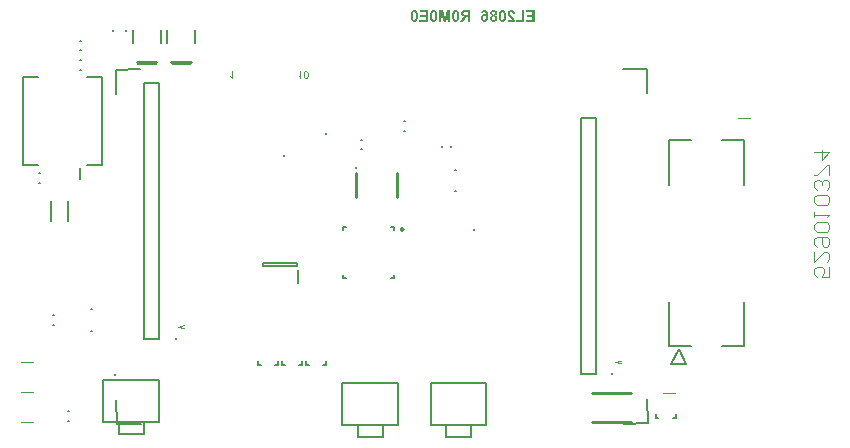
<source format=gbo>
G04*
G04 #@! TF.GenerationSoftware,Altium Limited,Altium Designer,23.3.1 (30)*
G04*
G04 Layer_Color=32896*
%FSLAX44Y44*%
%MOMM*%
G71*
G04*
G04 #@! TF.SameCoordinates,D45B20F3-F38D-42A2-87FA-560754FB767C*
G04*
G04*
G04 #@! TF.FilePolarity,Positive*
G04*
G01*
G75*
%ADD11C,0.2000*%
%ADD12C,0.2500*%
%ADD13C,0.1016*%
%ADD15C,0.1270*%
%ADD104C,0.2540*%
%ADD107C,0.1524*%
%ADD193C,0.2540*%
%ADD194C,0.1000*%
%ADD195C,0.0762*%
G36*
X-169910Y335402D02*
X-169688Y335389D01*
X-169258Y335319D01*
X-168897Y335208D01*
X-168731Y335153D01*
X-168578Y335084D01*
X-168440Y335028D01*
X-168329Y334959D01*
X-168218Y334903D01*
X-168134Y334862D01*
X-168065Y334806D01*
X-168023Y334778D01*
X-167996Y334765D01*
X-167982Y334751D01*
X-167829Y334612D01*
X-167691Y334473D01*
X-167566Y334307D01*
X-167455Y334127D01*
X-167288Y333766D01*
X-167150Y333419D01*
X-167108Y333239D01*
X-167067Y333087D01*
X-167025Y332948D01*
X-167011Y332823D01*
X-166983Y332712D01*
Y332643D01*
X-166970Y332587D01*
Y332573D01*
X-168800Y332393D01*
X-168828Y332670D01*
X-168883Y332906D01*
X-168939Y333114D01*
X-169008Y333267D01*
X-169064Y333392D01*
X-169119Y333475D01*
X-169161Y333530D01*
X-169175Y333544D01*
X-169313Y333655D01*
X-169466Y333738D01*
X-169618Y333808D01*
X-169771Y333849D01*
X-169896Y333877D01*
X-170007Y333891D01*
X-170104D01*
X-170312Y333877D01*
X-170492Y333835D01*
X-170645Y333780D01*
X-170783Y333724D01*
X-170880Y333669D01*
X-170964Y333614D01*
X-171005Y333572D01*
X-171019Y333558D01*
X-171130Y333419D01*
X-171213Y333267D01*
X-171269Y333114D01*
X-171310Y332962D01*
X-171338Y332823D01*
X-171352Y332698D01*
Y332629D01*
Y332615D01*
Y332601D01*
X-171338Y332393D01*
X-171297Y332199D01*
X-171227Y332005D01*
X-171158Y331838D01*
X-171088Y331686D01*
X-171019Y331575D01*
X-170977Y331506D01*
X-170964Y331478D01*
X-170908Y331395D01*
X-170825Y331297D01*
X-170714Y331173D01*
X-170603Y331062D01*
X-170353Y330798D01*
X-170104Y330535D01*
X-169854Y330285D01*
X-169743Y330174D01*
X-169632Y330091D01*
X-169549Y330008D01*
X-169494Y329952D01*
X-169452Y329911D01*
X-169438Y329897D01*
X-169161Y329633D01*
X-168911Y329384D01*
X-168675Y329148D01*
X-168467Y328940D01*
X-168273Y328732D01*
X-168107Y328538D01*
X-167954Y328371D01*
X-167829Y328205D01*
X-167718Y328066D01*
X-167621Y327941D01*
X-167538Y327844D01*
X-167483Y327747D01*
X-167427Y327692D01*
X-167399Y327636D01*
X-167372Y327608D01*
Y327595D01*
X-167191Y327276D01*
X-167053Y326943D01*
X-166942Y326638D01*
X-166859Y326360D01*
X-166803Y326111D01*
X-166789Y326014D01*
X-166775Y325930D01*
X-166761Y325861D01*
X-166748Y325806D01*
Y325778D01*
Y325764D01*
X-173196D01*
Y327470D01*
X-169535D01*
X-169646Y327650D01*
X-169771Y327803D01*
X-169826Y327872D01*
X-169868Y327927D01*
X-169896Y327955D01*
X-169910Y327969D01*
X-169965Y328024D01*
X-170021Y328094D01*
X-170187Y328246D01*
X-170367Y328427D01*
X-170548Y328607D01*
X-170728Y328773D01*
X-170880Y328912D01*
X-170936Y328968D01*
X-170977Y329009D01*
X-171005Y329023D01*
X-171019Y329037D01*
X-171324Y329328D01*
X-171574Y329564D01*
X-171782Y329786D01*
X-171948Y329952D01*
X-172073Y330091D01*
X-172156Y330188D01*
X-172212Y330257D01*
X-172226Y330271D01*
X-172406Y330507D01*
X-172558Y330729D01*
X-172683Y330937D01*
X-172780Y331117D01*
X-172864Y331270D01*
X-172919Y331395D01*
X-172947Y331464D01*
X-172961Y331492D01*
X-173044Y331713D01*
X-173099Y331935D01*
X-173141Y332143D01*
X-173169Y332338D01*
X-173183Y332490D01*
X-173196Y332615D01*
Y332698D01*
Y332726D01*
X-173183Y332934D01*
X-173155Y333142D01*
X-173127Y333336D01*
X-173072Y333516D01*
X-172933Y333835D01*
X-172794Y334113D01*
X-172711Y334238D01*
X-172642Y334335D01*
X-172572Y334432D01*
X-172503Y334501D01*
X-172447Y334557D01*
X-172420Y334612D01*
X-172392Y334626D01*
X-172378Y334640D01*
X-172226Y334778D01*
X-172045Y334903D01*
X-171879Y335000D01*
X-171685Y335084D01*
X-171324Y335222D01*
X-170964Y335319D01*
X-170797Y335347D01*
X-170645Y335375D01*
X-170506Y335389D01*
X-170381Y335402D01*
X-170284Y335416D01*
X-170145D01*
X-169910Y335402D01*
D02*
G37*
G36*
X-192584D02*
X-192321Y335361D01*
X-192057Y335305D01*
X-191822Y335236D01*
X-191600Y335139D01*
X-191378Y335042D01*
X-191198Y334931D01*
X-191017Y334834D01*
X-190865Y334723D01*
X-190726Y334612D01*
X-190615Y334515D01*
X-190518Y334418D01*
X-190435Y334348D01*
X-190379Y334293D01*
X-190352Y334251D01*
X-190338Y334238D01*
X-190171Y334002D01*
X-190019Y333738D01*
X-189894Y333447D01*
X-189783Y333156D01*
X-189686Y332837D01*
X-189603Y332518D01*
X-189533Y332199D01*
X-189492Y331894D01*
X-189450Y331603D01*
X-189422Y331325D01*
X-189395Y331076D01*
X-189381Y330854D01*
X-189367Y330673D01*
Y330535D01*
Y330493D01*
Y330452D01*
Y330438D01*
Y330424D01*
X-189381Y329952D01*
X-189409Y329522D01*
X-189450Y329120D01*
X-189520Y328759D01*
X-189589Y328413D01*
X-189658Y328108D01*
X-189741Y327844D01*
X-189839Y327595D01*
X-189922Y327387D01*
X-190005Y327206D01*
X-190074Y327054D01*
X-190158Y326929D01*
X-190213Y326832D01*
X-190255Y326763D01*
X-190282Y326721D01*
X-190296Y326707D01*
X-190476Y326513D01*
X-190671Y326333D01*
X-190865Y326180D01*
X-191073Y326055D01*
X-191267Y325944D01*
X-191475Y325861D01*
X-191669Y325778D01*
X-191849Y325722D01*
X-192030Y325681D01*
X-192182Y325639D01*
X-192335Y325625D01*
X-192460Y325597D01*
X-192557D01*
X-192626Y325584D01*
X-192695D01*
X-192945Y325597D01*
X-193181Y325625D01*
X-193403Y325667D01*
X-193611Y325722D01*
X-193819Y325792D01*
X-193999Y325861D01*
X-194165Y325944D01*
X-194318Y326027D01*
X-194457Y326111D01*
X-194568Y326194D01*
X-194679Y326263D01*
X-194762Y326333D01*
X-194831Y326388D01*
X-194873Y326430D01*
X-194900Y326457D01*
X-194914Y326471D01*
X-195067Y326638D01*
X-195206Y326832D01*
X-195317Y327026D01*
X-195414Y327220D01*
X-195511Y327414D01*
X-195580Y327608D01*
X-195677Y327997D01*
X-195719Y328163D01*
X-195746Y328330D01*
X-195760Y328468D01*
X-195774Y328593D01*
X-195788Y328704D01*
Y328773D01*
Y328829D01*
Y328843D01*
X-195774Y329106D01*
X-195746Y329342D01*
X-195705Y329578D01*
X-195663Y329786D01*
X-195594Y329994D01*
X-195525Y330174D01*
X-195455Y330354D01*
X-195372Y330507D01*
X-195289Y330646D01*
X-195219Y330770D01*
X-195150Y330868D01*
X-195081Y330965D01*
X-195039Y331034D01*
X-194998Y331076D01*
X-194970Y331103D01*
X-194956Y331117D01*
X-194803Y331270D01*
X-194637Y331408D01*
X-194471Y331533D01*
X-194304Y331630D01*
X-194138Y331713D01*
X-193971Y331783D01*
X-193666Y331894D01*
X-193528Y331935D01*
X-193389Y331963D01*
X-193278Y331977D01*
X-193181Y331991D01*
X-193098Y332005D01*
X-192987D01*
X-192792Y331991D01*
X-192612Y331963D01*
X-192446Y331935D01*
X-192279Y331880D01*
X-191988Y331741D01*
X-191738Y331603D01*
X-191544Y331450D01*
X-191461Y331381D01*
X-191392Y331311D01*
X-191336Y331256D01*
X-191295Y331228D01*
X-191281Y331200D01*
X-191267Y331186D01*
X-191295Y331478D01*
X-191322Y331755D01*
X-191350Y332005D01*
X-191392Y332227D01*
X-191433Y332421D01*
X-191475Y332601D01*
X-191517Y332754D01*
X-191572Y332892D01*
X-191614Y333017D01*
X-191641Y333114D01*
X-191683Y333197D01*
X-191711Y333253D01*
X-191738Y333308D01*
X-191766Y333336D01*
X-191780Y333364D01*
X-191933Y333544D01*
X-192099Y333669D01*
X-192265Y333766D01*
X-192418Y333821D01*
X-192557Y333863D01*
X-192668Y333877D01*
X-192737Y333891D01*
X-192765D01*
X-192917Y333877D01*
X-193070Y333849D01*
X-193195Y333808D01*
X-193292Y333766D01*
X-193375Y333711D01*
X-193430Y333669D01*
X-193472Y333641D01*
X-193486Y333627D01*
X-193583Y333516D01*
X-193652Y333392D01*
X-193722Y333253D01*
X-193763Y333128D01*
X-193791Y333003D01*
X-193819Y332906D01*
X-193833Y332851D01*
Y332823D01*
X-195608Y333017D01*
X-195511Y333433D01*
X-195372Y333780D01*
X-195219Y334085D01*
X-195067Y334348D01*
X-194914Y334543D01*
X-194859Y334612D01*
X-194790Y334681D01*
X-194748Y334723D01*
X-194706Y334765D01*
X-194692Y334792D01*
X-194679D01*
X-194540Y334903D01*
X-194401Y335000D01*
X-194096Y335153D01*
X-193791Y335264D01*
X-193514Y335333D01*
X-193264Y335389D01*
X-193153Y335402D01*
X-193056D01*
X-192987Y335416D01*
X-192876D01*
X-192584Y335402D01*
D02*
G37*
G36*
X-221819Y325764D02*
X-223608D01*
Y333308D01*
X-225494Y325764D01*
X-227366D01*
X-229252Y333308D01*
X-229266Y325764D01*
X-231055D01*
Y335361D01*
X-228143D01*
X-226437Y328801D01*
X-224718Y335361D01*
X-221819D01*
Y325764D01*
D02*
G37*
G36*
X-150258Y325764D02*
X-157553D01*
Y327387D01*
X-152200D01*
Y329994D01*
X-157012D01*
Y331616D01*
X-152200D01*
Y333738D01*
X-157373D01*
Y335361D01*
X-150258D01*
Y325764D01*
D02*
G37*
G36*
X-159245D02*
X-166013D01*
Y327387D01*
X-161186D01*
Y335291D01*
X-159245D01*
Y325764D01*
D02*
G37*
G36*
X-204705D02*
X-206647D01*
Y329772D01*
X-207271D01*
X-207465Y329758D01*
X-207632Y329744D01*
X-207770Y329716D01*
X-207881Y329703D01*
X-207951Y329675D01*
X-207992Y329661D01*
X-208006D01*
X-208117Y329605D01*
X-208228Y329550D01*
X-208325Y329481D01*
X-208422Y329425D01*
X-208491Y329356D01*
X-208547Y329300D01*
X-208575Y329273D01*
X-208589Y329259D01*
X-208644Y329189D01*
X-208713Y329120D01*
X-208866Y328912D01*
X-209032Y328690D01*
X-209213Y328441D01*
X-209365Y328219D01*
X-209435Y328108D01*
X-209490Y328024D01*
X-209545Y327955D01*
X-209587Y327900D01*
X-209601Y327858D01*
X-209615Y327844D01*
X-211002Y325764D01*
X-213332D01*
X-212153Y327636D01*
X-212028Y327830D01*
X-211903Y328024D01*
X-211792Y328191D01*
X-211681Y328344D01*
X-211584Y328482D01*
X-211501Y328621D01*
X-211334Y328829D01*
X-211210Y328995D01*
X-211126Y329106D01*
X-211057Y329176D01*
X-211043Y329189D01*
X-210891Y329356D01*
X-210710Y329508D01*
X-210544Y329633D01*
X-210378Y329758D01*
X-210239Y329855D01*
X-210128Y329925D01*
X-210045Y329980D01*
X-210031Y329994D01*
X-210017D01*
X-210253Y330035D01*
X-210461Y330091D01*
X-210655Y330146D01*
X-210849Y330216D01*
X-211016Y330285D01*
X-211168Y330354D01*
X-211321Y330424D01*
X-211446Y330507D01*
X-211556Y330576D01*
X-211653Y330646D01*
X-211737Y330715D01*
X-211792Y330770D01*
X-211848Y330812D01*
X-211889Y330854D01*
X-211903Y330868D01*
X-211917Y330881D01*
X-212028Y331020D01*
X-212125Y331159D01*
X-212291Y331464D01*
X-212402Y331755D01*
X-212472Y332046D01*
X-212527Y332296D01*
X-212541Y332393D01*
Y332490D01*
X-212555Y332560D01*
Y332629D01*
Y332657D01*
Y332670D01*
X-212541Y332976D01*
X-212486Y333267D01*
X-212416Y333516D01*
X-212347Y333738D01*
X-212264Y333919D01*
X-212194Y334057D01*
X-212167Y334099D01*
X-212139Y334141D01*
X-212125Y334154D01*
Y334168D01*
X-211959Y334404D01*
X-211778Y334598D01*
X-211598Y334751D01*
X-211418Y334889D01*
X-211251Y334973D01*
X-211126Y335042D01*
X-211043Y335084D01*
X-211029Y335097D01*
X-211016D01*
X-210877Y335139D01*
X-210724Y335181D01*
X-210378Y335250D01*
X-210003Y335291D01*
X-209643Y335333D01*
X-209462D01*
X-209310Y335347D01*
X-209157D01*
X-209032Y335361D01*
X-204705D01*
Y325764D01*
D02*
G37*
G36*
X-240486Y325764D02*
X-247781D01*
Y327387D01*
X-242428D01*
Y329994D01*
X-247240D01*
Y331616D01*
X-242428D01*
Y333738D01*
X-247600D01*
Y335361D01*
X-240486D01*
Y325764D01*
D02*
G37*
G36*
X-177302Y335402D02*
X-177066Y335375D01*
X-176830Y335319D01*
X-176622Y335264D01*
X-176428Y335181D01*
X-176248Y335097D01*
X-176095Y335014D01*
X-175942Y334917D01*
X-175818Y334820D01*
X-175693Y334737D01*
X-175596Y334654D01*
X-175526Y334570D01*
X-175457Y334515D01*
X-175415Y334459D01*
X-175388Y334432D01*
X-175374Y334418D01*
X-175207Y334182D01*
X-175069Y333905D01*
X-174944Y333614D01*
X-174833Y333308D01*
X-174750Y332989D01*
X-174667Y332657D01*
X-174611Y332338D01*
X-174555Y332019D01*
X-174528Y331713D01*
X-174500Y331436D01*
X-174472Y331173D01*
X-174459Y330951D01*
X-174445Y330770D01*
Y330632D01*
Y330576D01*
Y330535D01*
Y330521D01*
Y330507D01*
X-174459Y330008D01*
X-174486Y329550D01*
X-174528Y329120D01*
X-174583Y328732D01*
X-174639Y328385D01*
X-174708Y328066D01*
X-174791Y327789D01*
X-174874Y327539D01*
X-174944Y327331D01*
X-175027Y327137D01*
X-175096Y326984D01*
X-175166Y326860D01*
X-175207Y326776D01*
X-175249Y326707D01*
X-175277Y326665D01*
X-175291Y326651D01*
X-175457Y326457D01*
X-175637Y326305D01*
X-175818Y326152D01*
X-176012Y326041D01*
X-176192Y325930D01*
X-176386Y325847D01*
X-176566Y325778D01*
X-176747Y325722D01*
X-176913Y325667D01*
X-177066Y325639D01*
X-177204Y325611D01*
X-177315Y325597D01*
X-177412D01*
X-177496Y325584D01*
X-177551D01*
X-177801Y325597D01*
X-178036Y325625D01*
X-178272Y325681D01*
X-178480Y325736D01*
X-178674Y325806D01*
X-178855Y325889D01*
X-179007Y325986D01*
X-179160Y326083D01*
X-179285Y326166D01*
X-179410Y326263D01*
X-179506Y326346D01*
X-179590Y326416D01*
X-179645Y326471D01*
X-179687Y326527D01*
X-179715Y326554D01*
X-179728Y326568D01*
X-179895Y326804D01*
X-180033Y327081D01*
X-180172Y327373D01*
X-180269Y327692D01*
X-180366Y328011D01*
X-180436Y328330D01*
X-180505Y328662D01*
X-180560Y328981D01*
X-180588Y329286D01*
X-180616Y329564D01*
X-180644Y329827D01*
X-180658Y330049D01*
X-180672Y330230D01*
Y330368D01*
Y330424D01*
Y330465D01*
Y330479D01*
Y330493D01*
X-180658Y330992D01*
X-180630Y331450D01*
X-180588Y331866D01*
X-180519Y332254D01*
X-180450Y332615D01*
X-180380Y332934D01*
X-180283Y333225D01*
X-180200Y333475D01*
X-180117Y333711D01*
X-180033Y333891D01*
X-179950Y334057D01*
X-179881Y334196D01*
X-179812Y334293D01*
X-179770Y334362D01*
X-179742Y334404D01*
X-179728Y334418D01*
X-179576Y334598D01*
X-179410Y334751D01*
X-179229Y334875D01*
X-179049Y335000D01*
X-178869Y335097D01*
X-178688Y335167D01*
X-178522Y335236D01*
X-178342Y335291D01*
X-178175Y335333D01*
X-178036Y335361D01*
X-177898Y335389D01*
X-177787Y335402D01*
X-177690Y335416D01*
X-177551D01*
X-177302Y335402D01*
D02*
G37*
G36*
X-184749D02*
X-184513Y335389D01*
X-184291Y335347D01*
X-184083Y335305D01*
X-183889Y335250D01*
X-183709Y335195D01*
X-183556Y335125D01*
X-183417Y335070D01*
X-183279Y335000D01*
X-183168Y334931D01*
X-183085Y334875D01*
X-183001Y334820D01*
X-182946Y334778D01*
X-182904Y334737D01*
X-182877Y334723D01*
X-182863Y334709D01*
X-182738Y334570D01*
X-182613Y334432D01*
X-182516Y334279D01*
X-182433Y334141D01*
X-182294Y333835D01*
X-182211Y333558D01*
X-182155Y333308D01*
X-182141Y333197D01*
X-182128Y333114D01*
X-182114Y333031D01*
Y332976D01*
Y332948D01*
Y332934D01*
X-182128Y332698D01*
X-182169Y332490D01*
X-182211Y332282D01*
X-182280Y332116D01*
X-182336Y331963D01*
X-182377Y331866D01*
X-182419Y331797D01*
X-182433Y331769D01*
X-182572Y331589D01*
X-182738Y331422D01*
X-182904Y331284D01*
X-183085Y331159D01*
X-183237Y331076D01*
X-183362Y331006D01*
X-183445Y330965D01*
X-183459Y330951D01*
X-183473D01*
X-183182Y330798D01*
X-182932Y330646D01*
X-182724Y330479D01*
X-182558Y330313D01*
X-182419Y330160D01*
X-182322Y330049D01*
X-182266Y329966D01*
X-182253Y329952D01*
Y329938D01*
X-182128Y329689D01*
X-182031Y329439D01*
X-181975Y329189D01*
X-181920Y328968D01*
X-181892Y328787D01*
X-181878Y328635D01*
Y328579D01*
Y328538D01*
Y328510D01*
Y328496D01*
X-181892Y328232D01*
X-181920Y327997D01*
X-181975Y327761D01*
X-182045Y327553D01*
X-182114Y327345D01*
X-182197Y327165D01*
X-182294Y326998D01*
X-182391Y326846D01*
X-182488Y326721D01*
X-182585Y326596D01*
X-182668Y326499D01*
X-182738Y326416D01*
X-182807Y326346D01*
X-182863Y326305D01*
X-182890Y326277D01*
X-182904Y326263D01*
X-183071Y326138D01*
X-183251Y326041D01*
X-183431Y325944D01*
X-183612Y325875D01*
X-183972Y325750D01*
X-184319Y325667D01*
X-184485Y325639D01*
X-184624Y325625D01*
X-184749Y325611D01*
X-184860Y325597D01*
X-184957Y325584D01*
X-185082D01*
X-185345Y325597D01*
X-185581Y325625D01*
X-185817Y325667D01*
X-186039Y325709D01*
X-186233Y325778D01*
X-186413Y325847D01*
X-186593Y325916D01*
X-186746Y326000D01*
X-186884Y326083D01*
X-186996Y326152D01*
X-187106Y326222D01*
X-187190Y326291D01*
X-187259Y326333D01*
X-187301Y326374D01*
X-187328Y326402D01*
X-187342Y326416D01*
X-187495Y326582D01*
X-187620Y326749D01*
X-187744Y326929D01*
X-187841Y327109D01*
X-187925Y327290D01*
X-187994Y327470D01*
X-188091Y327817D01*
X-188133Y327969D01*
X-188160Y328108D01*
X-188174Y328246D01*
X-188188Y328357D01*
X-188202Y328454D01*
Y328524D01*
Y328565D01*
Y328579D01*
X-188188Y328871D01*
X-188133Y329134D01*
X-188077Y329384D01*
X-187994Y329592D01*
X-187925Y329758D01*
X-187855Y329883D01*
X-187800Y329966D01*
X-187786Y329994D01*
X-187620Y330216D01*
X-187425Y330410D01*
X-187217Y330576D01*
X-187023Y330701D01*
X-186843Y330812D01*
X-186704Y330895D01*
X-186649Y330923D01*
X-186607Y330937D01*
X-186579Y330951D01*
X-186566D01*
X-186787Y331062D01*
X-186982Y331186D01*
X-187148Y331311D01*
X-187287Y331450D01*
X-187398Y331561D01*
X-187467Y331658D01*
X-187523Y331713D01*
X-187536Y331741D01*
X-187661Y331949D01*
X-187744Y332157D01*
X-187814Y332351D01*
X-187855Y332532D01*
X-187883Y332698D01*
X-187897Y332823D01*
Y332906D01*
Y332920D01*
Y332934D01*
X-187883Y333128D01*
X-187869Y333322D01*
X-187772Y333669D01*
X-187661Y333960D01*
X-187523Y334224D01*
X-187370Y334432D01*
X-187314Y334515D01*
X-187259Y334584D01*
X-187204Y334640D01*
X-187162Y334681D01*
X-187148Y334695D01*
X-187134Y334709D01*
X-186982Y334834D01*
X-186829Y334945D01*
X-186649Y335042D01*
X-186482Y335125D01*
X-186122Y335250D01*
X-185775Y335333D01*
X-185623Y335361D01*
X-185470Y335375D01*
X-185345Y335389D01*
X-185220Y335402D01*
X-185137Y335416D01*
X-184998D01*
X-184749Y335402D01*
D02*
G37*
G36*
X-216826D02*
X-216591Y335375D01*
X-216355Y335319D01*
X-216147Y335264D01*
X-215953Y335181D01*
X-215772Y335097D01*
X-215620Y335014D01*
X-215467Y334917D01*
X-215343Y334820D01*
X-215218Y334737D01*
X-215121Y334654D01*
X-215051Y334570D01*
X-214982Y334515D01*
X-214940Y334459D01*
X-214913Y334432D01*
X-214899Y334418D01*
X-214732Y334182D01*
X-214594Y333905D01*
X-214469Y333614D01*
X-214358Y333308D01*
X-214275Y332989D01*
X-214191Y332657D01*
X-214136Y332338D01*
X-214081Y332019D01*
X-214053Y331713D01*
X-214025Y331436D01*
X-213997Y331173D01*
X-213983Y330951D01*
X-213969Y330770D01*
Y330632D01*
Y330576D01*
Y330535D01*
Y330521D01*
Y330507D01*
X-213983Y330008D01*
X-214011Y329550D01*
X-214053Y329120D01*
X-214108Y328732D01*
X-214164Y328385D01*
X-214233Y328066D01*
X-214316Y327789D01*
X-214399Y327539D01*
X-214469Y327331D01*
X-214552Y327137D01*
X-214621Y326984D01*
X-214691Y326860D01*
X-214732Y326776D01*
X-214774Y326707D01*
X-214802Y326665D01*
X-214816Y326651D01*
X-214982Y326457D01*
X-215162Y326305D01*
X-215343Y326152D01*
X-215537Y326041D01*
X-215717Y325930D01*
X-215911Y325847D01*
X-216091Y325778D01*
X-216272Y325722D01*
X-216438Y325667D01*
X-216591Y325639D01*
X-216729Y325611D01*
X-216840Y325597D01*
X-216937D01*
X-217021Y325584D01*
X-217076D01*
X-217326Y325597D01*
X-217561Y325625D01*
X-217797Y325681D01*
X-218005Y325736D01*
X-218199Y325806D01*
X-218380Y325889D01*
X-218532Y325986D01*
X-218685Y326083D01*
X-218810Y326166D01*
X-218934Y326263D01*
X-219032Y326346D01*
X-219115Y326416D01*
X-219170Y326471D01*
X-219212Y326527D01*
X-219240Y326554D01*
X-219253Y326568D01*
X-219420Y326804D01*
X-219559Y327081D01*
X-219697Y327373D01*
X-219794Y327692D01*
X-219891Y328011D01*
X-219961Y328330D01*
X-220030Y328662D01*
X-220086Y328981D01*
X-220113Y329286D01*
X-220141Y329564D01*
X-220169Y329827D01*
X-220183Y330049D01*
X-220196Y330230D01*
Y330368D01*
Y330424D01*
Y330465D01*
Y330479D01*
Y330493D01*
X-220183Y330992D01*
X-220155Y331450D01*
X-220113Y331866D01*
X-220044Y332254D01*
X-219974Y332615D01*
X-219905Y332934D01*
X-219808Y333225D01*
X-219725Y333475D01*
X-219642Y333711D01*
X-219559Y333891D01*
X-219475Y334057D01*
X-219406Y334196D01*
X-219337Y334293D01*
X-219295Y334362D01*
X-219267Y334404D01*
X-219253Y334418D01*
X-219101Y334598D01*
X-218934Y334751D01*
X-218754Y334875D01*
X-218574Y335000D01*
X-218393Y335097D01*
X-218213Y335167D01*
X-218047Y335236D01*
X-217866Y335291D01*
X-217700Y335333D01*
X-217561Y335361D01*
X-217423Y335389D01*
X-217312Y335402D01*
X-217215Y335416D01*
X-217076D01*
X-216826Y335402D01*
D02*
G37*
G36*
X-235466Y335402D02*
X-235230Y335375D01*
X-234994Y335319D01*
X-234786Y335264D01*
X-234592Y335181D01*
X-234412Y335097D01*
X-234259Y335014D01*
X-234106Y334917D01*
X-233982Y334820D01*
X-233857Y334737D01*
X-233760Y334654D01*
X-233690Y334570D01*
X-233621Y334515D01*
X-233579Y334459D01*
X-233552Y334432D01*
X-233538Y334418D01*
X-233371Y334182D01*
X-233233Y333905D01*
X-233108Y333613D01*
X-232997Y333308D01*
X-232914Y332989D01*
X-232831Y332657D01*
X-232775Y332337D01*
X-232720Y332019D01*
X-232692Y331713D01*
X-232664Y331436D01*
X-232636Y331173D01*
X-232623Y330951D01*
X-232609Y330770D01*
Y330632D01*
Y330576D01*
Y330535D01*
Y330521D01*
Y330507D01*
X-232623Y330008D01*
X-232650Y329550D01*
X-232692Y329120D01*
X-232747Y328732D01*
X-232803Y328385D01*
X-232872Y328066D01*
X-232955Y327789D01*
X-233039Y327539D01*
X-233108Y327331D01*
X-233191Y327137D01*
X-233260Y326984D01*
X-233330Y326860D01*
X-233371Y326776D01*
X-233413Y326707D01*
X-233441Y326665D01*
X-233455Y326651D01*
X-233621Y326457D01*
X-233801Y326305D01*
X-233982Y326152D01*
X-234176Y326041D01*
X-234356Y325930D01*
X-234550Y325847D01*
X-234730Y325778D01*
X-234911Y325722D01*
X-235077Y325667D01*
X-235230Y325639D01*
X-235368Y325611D01*
X-235479Y325597D01*
X-235576D01*
X-235660Y325584D01*
X-235715D01*
X-235965Y325597D01*
X-236201Y325625D01*
X-236436Y325681D01*
X-236644Y325736D01*
X-236838Y325806D01*
X-237019Y325889D01*
X-237171Y325986D01*
X-237324Y326083D01*
X-237449Y326166D01*
X-237574Y326263D01*
X-237671Y326346D01*
X-237754Y326416D01*
X-237809Y326471D01*
X-237851Y326527D01*
X-237879Y326554D01*
X-237892Y326568D01*
X-238059Y326804D01*
X-238198Y327081D01*
X-238336Y327373D01*
X-238433Y327692D01*
X-238531Y328011D01*
X-238600Y328330D01*
X-238669Y328662D01*
X-238725Y328981D01*
X-238752Y329286D01*
X-238780Y329564D01*
X-238808Y329827D01*
X-238822Y330049D01*
X-238836Y330229D01*
Y330368D01*
Y330424D01*
Y330465D01*
Y330479D01*
Y330493D01*
X-238822Y330992D01*
X-238794Y331450D01*
X-238752Y331866D01*
X-238683Y332254D01*
X-238614Y332615D01*
X-238544Y332934D01*
X-238447Y333225D01*
X-238364Y333475D01*
X-238281Y333711D01*
X-238198Y333891D01*
X-238114Y334057D01*
X-238045Y334196D01*
X-237976Y334293D01*
X-237934Y334362D01*
X-237906Y334404D01*
X-237892Y334418D01*
X-237740Y334598D01*
X-237574Y334751D01*
X-237393Y334875D01*
X-237213Y335000D01*
X-237033Y335097D01*
X-236852Y335167D01*
X-236686Y335236D01*
X-236506Y335291D01*
X-236339Y335333D01*
X-236201Y335361D01*
X-236062Y335389D01*
X-235951Y335402D01*
X-235854Y335416D01*
X-235715D01*
X-235466Y335402D01*
D02*
G37*
G36*
X-251872D02*
X-251636Y335375D01*
X-251400Y335319D01*
X-251192Y335264D01*
X-250998Y335181D01*
X-250818Y335097D01*
X-250665Y335014D01*
X-250513Y334917D01*
X-250388Y334820D01*
X-250263Y334737D01*
X-250166Y334654D01*
X-250097Y334570D01*
X-250027Y334515D01*
X-249986Y334459D01*
X-249958Y334432D01*
X-249944Y334418D01*
X-249778Y334182D01*
X-249639Y333905D01*
X-249514Y333613D01*
X-249403Y333308D01*
X-249320Y332989D01*
X-249237Y332657D01*
X-249181Y332337D01*
X-249126Y332019D01*
X-249098Y331713D01*
X-249070Y331436D01*
X-249043Y331173D01*
X-249029Y330951D01*
X-249015Y330770D01*
Y330632D01*
Y330576D01*
Y330535D01*
Y330521D01*
Y330507D01*
X-249029Y330008D01*
X-249057Y329550D01*
X-249098Y329120D01*
X-249154Y328732D01*
X-249209Y328385D01*
X-249279Y328066D01*
X-249362Y327789D01*
X-249445Y327539D01*
X-249514Y327331D01*
X-249597Y327137D01*
X-249667Y326984D01*
X-249736Y326860D01*
X-249778Y326776D01*
X-249819Y326707D01*
X-249847Y326665D01*
X-249861Y326651D01*
X-250027Y326457D01*
X-250208Y326305D01*
X-250388Y326152D01*
X-250582Y326041D01*
X-250762Y325930D01*
X-250956Y325847D01*
X-251137Y325778D01*
X-251317Y325722D01*
X-251483Y325667D01*
X-251636Y325639D01*
X-251775Y325611D01*
X-251886Y325597D01*
X-251983D01*
X-252066Y325584D01*
X-252122D01*
X-252371Y325597D01*
X-252607Y325625D01*
X-252843Y325681D01*
X-253051Y325736D01*
X-253245Y325806D01*
X-253425Y325889D01*
X-253578Y325986D01*
X-253730Y326083D01*
X-253855Y326166D01*
X-253980Y326263D01*
X-254077Y326346D01*
X-254160Y326416D01*
X-254216Y326471D01*
X-254257Y326527D01*
X-254285Y326554D01*
X-254299Y326568D01*
X-254465Y326804D01*
X-254604Y327081D01*
X-254743Y327373D01*
X-254840Y327692D01*
X-254937Y328011D01*
X-255006Y328330D01*
X-255075Y328662D01*
X-255131Y328981D01*
X-255159Y329286D01*
X-255186Y329564D01*
X-255214Y329827D01*
X-255228Y330049D01*
X-255242Y330229D01*
Y330368D01*
Y330424D01*
Y330465D01*
Y330479D01*
Y330493D01*
X-255228Y330992D01*
X-255200Y331450D01*
X-255159Y331866D01*
X-255089Y332254D01*
X-255020Y332615D01*
X-254951Y332934D01*
X-254854Y333225D01*
X-254770Y333475D01*
X-254687Y333711D01*
X-254604Y333891D01*
X-254521Y334057D01*
X-254451Y334196D01*
X-254382Y334293D01*
X-254340Y334362D01*
X-254313Y334404D01*
X-254299Y334418D01*
X-254146Y334598D01*
X-253980Y334751D01*
X-253800Y334875D01*
X-253619Y335000D01*
X-253439Y335097D01*
X-253259Y335167D01*
X-253092Y335236D01*
X-252912Y335291D01*
X-252746Y335333D01*
X-252607Y335361D01*
X-252468Y335389D01*
X-252357Y335402D01*
X-252260Y335416D01*
X-252122D01*
X-251872Y335402D01*
D02*
G37*
G36*
X-347737Y277235D02*
X-348246D01*
X-348338Y277392D01*
X-348440Y277540D01*
X-348560Y277688D01*
X-348671Y277817D01*
X-348782Y277928D01*
X-348865Y278020D01*
X-348902Y278048D01*
X-348930Y278076D01*
X-348939Y278085D01*
X-348949Y278095D01*
X-349143Y278252D01*
X-349337Y278400D01*
X-349522Y278529D01*
X-349707Y278631D01*
X-349864Y278723D01*
X-349929Y278760D01*
X-349984Y278788D01*
X-350030Y278816D01*
X-350067Y278825D01*
X-350086Y278843D01*
X-350095D01*
Y279601D01*
X-349956Y279546D01*
X-349818Y279481D01*
X-349679Y279417D01*
X-349549Y279352D01*
X-349439Y279296D01*
X-349346Y279250D01*
X-349291Y279213D01*
X-349281Y279204D01*
X-349272D01*
X-349106Y279102D01*
X-348958Y279001D01*
X-348828Y278908D01*
X-348727Y278825D01*
X-348634Y278760D01*
X-348579Y278705D01*
X-348532Y278668D01*
X-348523Y278659D01*
Y283660D01*
X-347737D01*
Y277235D01*
D02*
G37*
G36*
X-343383Y283753D02*
X-343152Y283716D01*
X-342957Y283651D01*
X-342791Y283586D01*
X-342652Y283522D01*
X-342606Y283485D01*
X-342560Y283457D01*
X-342523Y283438D01*
X-342495Y283420D01*
X-342486Y283402D01*
X-342477D01*
X-342310Y283244D01*
X-342172Y283078D01*
X-342051Y282893D01*
X-341959Y282726D01*
X-341885Y282569D01*
X-341848Y282505D01*
X-341829Y282440D01*
X-341811Y282394D01*
X-341792Y282357D01*
X-341783Y282338D01*
Y282329D01*
X-341737Y282190D01*
X-341700Y282052D01*
X-341645Y281756D01*
X-341598Y281451D01*
X-341571Y281155D01*
X-341561Y281025D01*
X-341552Y280905D01*
Y280794D01*
X-341543Y280693D01*
Y280618D01*
Y280554D01*
Y280517D01*
Y280508D01*
Y280332D01*
X-341552Y280166D01*
Y280018D01*
X-341561Y279870D01*
X-341580Y279740D01*
X-341589Y279611D01*
X-341598Y279500D01*
X-341617Y279398D01*
X-341626Y279306D01*
X-341645Y279223D01*
X-341654Y279158D01*
X-341663Y279102D01*
X-341672Y279056D01*
X-341681Y279028D01*
X-341691Y279010D01*
Y279001D01*
X-341746Y278797D01*
X-341811Y278612D01*
X-341885Y278455D01*
X-341940Y278316D01*
X-342005Y278196D01*
X-342042Y278113D01*
X-342079Y278067D01*
X-342088Y278048D01*
X-342190Y277910D01*
X-342292Y277789D01*
X-342403Y277688D01*
X-342504Y277595D01*
X-342597Y277530D01*
X-342671Y277484D01*
X-342717Y277456D01*
X-342726Y277447D01*
X-342735D01*
X-342883Y277373D01*
X-343041Y277327D01*
X-343189Y277290D01*
X-343327Y277262D01*
X-343447Y277244D01*
X-343549Y277235D01*
X-343632D01*
X-343882Y277253D01*
X-344113Y277290D01*
X-344307Y277355D01*
X-344474Y277420D01*
X-344612Y277493D01*
X-344668Y277521D01*
X-344714Y277558D01*
X-344751Y277577D01*
X-344779Y277595D01*
X-344788Y277614D01*
X-344797D01*
X-344964Y277762D01*
X-345102Y277937D01*
X-345223Y278113D01*
X-345315Y278279D01*
X-345389Y278437D01*
X-345426Y278501D01*
X-345444Y278566D01*
X-345463Y278612D01*
X-345481Y278649D01*
X-345491Y278668D01*
Y278677D01*
X-345528Y278816D01*
X-345565Y278954D01*
X-345620Y279259D01*
X-345666Y279564D01*
X-345694Y279851D01*
X-345703Y279990D01*
X-345713Y280110D01*
Y280221D01*
X-345722Y280323D01*
Y280397D01*
Y280461D01*
Y280498D01*
Y280508D01*
X-345713Y280831D01*
X-345694Y281136D01*
X-345666Y281414D01*
X-345620Y281672D01*
X-345574Y281913D01*
X-345518Y282126D01*
X-345463Y282320D01*
X-345407Y282486D01*
X-345352Y282634D01*
X-345287Y282764D01*
X-345241Y282875D01*
X-345195Y282958D01*
X-345149Y283032D01*
X-345121Y283078D01*
X-345102Y283106D01*
X-345093Y283115D01*
X-344991Y283226D01*
X-344880Y283328D01*
X-344760Y283420D01*
X-344640Y283494D01*
X-344520Y283559D01*
X-344400Y283614D01*
X-344279Y283651D01*
X-344169Y283688D01*
X-344058Y283716D01*
X-343956Y283734D01*
X-343863Y283753D01*
X-343789Y283762D01*
X-343725Y283771D01*
X-343632D01*
X-343383Y283753D01*
D02*
G37*
G36*
X-406049Y277235D02*
X-406558D01*
X-406651Y277392D01*
X-406752Y277540D01*
X-406872Y277688D01*
X-406983Y277817D01*
X-407094Y277928D01*
X-407178Y278020D01*
X-407215Y278048D01*
X-407242Y278076D01*
X-407251Y278085D01*
X-407261Y278095D01*
X-407455Y278252D01*
X-407649Y278400D01*
X-407834Y278529D01*
X-408019Y278631D01*
X-408176Y278723D01*
X-408241Y278760D01*
X-408296Y278788D01*
X-408342Y278816D01*
X-408379Y278825D01*
X-408398Y278843D01*
X-408407D01*
Y279601D01*
X-408268Y279546D01*
X-408130Y279481D01*
X-407991Y279417D01*
X-407862Y279352D01*
X-407751Y279296D01*
X-407658Y279250D01*
X-407603Y279213D01*
X-407593Y279204D01*
X-407584D01*
X-407418Y279102D01*
X-407270Y279001D01*
X-407141Y278908D01*
X-407039Y278825D01*
X-406946Y278760D01*
X-406891Y278705D01*
X-406845Y278668D01*
X-406835Y278659D01*
Y283660D01*
X-406049D01*
Y277235D01*
D02*
G37*
%LPC*%
G36*
X-192612Y330646D02*
X-192695D01*
X-192890Y330632D01*
X-193070Y330576D01*
X-193222Y330507D01*
X-193361Y330424D01*
X-193472Y330340D01*
X-193541Y330271D01*
X-193597Y330216D01*
X-193611Y330202D01*
X-193736Y330022D01*
X-193833Y329800D01*
X-193888Y329564D01*
X-193944Y329342D01*
X-193971Y329134D01*
X-193985Y328968D01*
Y328912D01*
Y328857D01*
Y328829D01*
Y328815D01*
X-193971Y328496D01*
X-193930Y328219D01*
X-193874Y327997D01*
X-193819Y327817D01*
X-193749Y327678D01*
X-193694Y327581D01*
X-193652Y327511D01*
X-193638Y327497D01*
X-193500Y327373D01*
X-193361Y327276D01*
X-193209Y327206D01*
X-193084Y327165D01*
X-192959Y327137D01*
X-192862Y327109D01*
X-192779D01*
X-192584Y327137D01*
X-192404Y327192D01*
X-192252Y327262D01*
X-192113Y327359D01*
X-192002Y327442D01*
X-191905Y327525D01*
X-191849Y327581D01*
X-191836Y327595D01*
X-191697Y327789D01*
X-191600Y328011D01*
X-191530Y328246D01*
X-191489Y328468D01*
X-191461Y328676D01*
X-191433Y328829D01*
Y328898D01*
Y328940D01*
Y328968D01*
Y328981D01*
X-191447Y329273D01*
X-191489Y329522D01*
X-191544Y329730D01*
X-191614Y329911D01*
X-191683Y330035D01*
X-191738Y330132D01*
X-191780Y330202D01*
X-191794Y330216D01*
X-191933Y330354D01*
X-192085Y330465D01*
X-192238Y330535D01*
X-192376Y330590D01*
X-192501Y330618D01*
X-192612Y330646D01*
D02*
G37*
G36*
X-206647Y333738D02*
X-208866D01*
X-208991Y333724D01*
X-209296D01*
X-209421Y333711D01*
X-209504D01*
X-209545Y333697D01*
X-209559D01*
X-209726Y333655D01*
X-209878Y333600D01*
X-210003Y333544D01*
X-210100Y333475D01*
X-210184Y333405D01*
X-210253Y333364D01*
X-210280Y333322D01*
X-210294Y333308D01*
X-210378Y333197D01*
X-210447Y333059D01*
X-210489Y332934D01*
X-210530Y332809D01*
X-210544Y332698D01*
X-210558Y332615D01*
Y332560D01*
Y332532D01*
X-210544Y332379D01*
X-210530Y332240D01*
X-210489Y332116D01*
X-210461Y332005D01*
X-210419Y331922D01*
X-210378Y331866D01*
X-210364Y331824D01*
X-210350Y331811D01*
X-210267Y331713D01*
X-210184Y331630D01*
X-210003Y331506D01*
X-209934Y331464D01*
X-209865Y331436D01*
X-209823Y331408D01*
X-209809D01*
X-209740Y331395D01*
X-209629Y331367D01*
X-209518Y331353D01*
X-209393Y331339D01*
X-209102Y331325D01*
X-208811Y331311D01*
X-208533Y331297D01*
X-206647D01*
Y333738D01*
D02*
G37*
G36*
X-177496Y333891D02*
X-177551D01*
X-177676Y333877D01*
X-177787Y333863D01*
X-177884Y333821D01*
X-177967Y333780D01*
X-178036Y333738D01*
X-178092Y333711D01*
X-178120Y333683D01*
X-178134Y333669D01*
X-178217Y333572D01*
X-178300Y333447D01*
X-178369Y333308D01*
X-178439Y333170D01*
X-178480Y333031D01*
X-178522Y332920D01*
X-178536Y332851D01*
X-178550Y332837D01*
Y332823D01*
X-178577Y332698D01*
X-178605Y332546D01*
X-178633Y332365D01*
X-178661Y332185D01*
X-178688Y331811D01*
X-178702Y331422D01*
X-178716Y331242D01*
Y331062D01*
X-178730Y330909D01*
Y330770D01*
Y330659D01*
Y330562D01*
Y330507D01*
Y330493D01*
Y330188D01*
X-178716Y329897D01*
Y329633D01*
X-178702Y329398D01*
X-178688Y329176D01*
X-178674Y328981D01*
X-178647Y328801D01*
X-178633Y328649D01*
X-178619Y328510D01*
X-178591Y328399D01*
X-178577Y328302D01*
X-178563Y328219D01*
X-178550Y328163D01*
Y328108D01*
X-178536Y328094D01*
Y328080D01*
X-178480Y327886D01*
X-178411Y327733D01*
X-178342Y327595D01*
X-178286Y327497D01*
X-178231Y327414D01*
X-178175Y327359D01*
X-178147Y327331D01*
X-178134Y327317D01*
X-178036Y327248D01*
X-177939Y327192D01*
X-177842Y327165D01*
X-177745Y327137D01*
X-177676Y327123D01*
X-177607Y327109D01*
X-177551D01*
X-177426Y327123D01*
X-177315Y327137D01*
X-177218Y327178D01*
X-177135Y327220D01*
X-177066Y327248D01*
X-177010Y327290D01*
X-176982Y327303D01*
X-176969Y327317D01*
X-176885Y327414D01*
X-176802Y327539D01*
X-176733Y327678D01*
X-176663Y327817D01*
X-176622Y327941D01*
X-176580Y328052D01*
X-176566Y328122D01*
X-176553Y328149D01*
X-176525Y328288D01*
X-176497Y328441D01*
X-176469Y328607D01*
X-176455Y328787D01*
X-176428Y329176D01*
X-176414Y329564D01*
X-176400Y329744D01*
Y329925D01*
X-176386Y330077D01*
Y330216D01*
Y330327D01*
Y330424D01*
Y330479D01*
Y330493D01*
Y330798D01*
X-176400Y331089D01*
Y331339D01*
X-176414Y331589D01*
X-176428Y331797D01*
X-176442Y332005D01*
X-176455Y332171D01*
X-176483Y332338D01*
X-176497Y332476D01*
X-176511Y332587D01*
X-176525Y332684D01*
X-176539Y332767D01*
X-176553Y332823D01*
Y332878D01*
X-176566Y332892D01*
Y332906D01*
X-176622Y333100D01*
X-176691Y333267D01*
X-176747Y333392D01*
X-176816Y333503D01*
X-176872Y333572D01*
X-176913Y333627D01*
X-176941Y333655D01*
X-176955Y333669D01*
X-177052Y333738D01*
X-177163Y333794D01*
X-177260Y333835D01*
X-177357Y333863D01*
X-177426Y333877D01*
X-177496Y333891D01*
D02*
G37*
G36*
X-184929Y333960D02*
X-185012D01*
X-185193Y333946D01*
X-185359Y333905D01*
X-185498Y333863D01*
X-185623Y333808D01*
X-185720Y333738D01*
X-185789Y333697D01*
X-185830Y333655D01*
X-185844Y333641D01*
X-185955Y333516D01*
X-186025Y333378D01*
X-186080Y333239D01*
X-186122Y333100D01*
X-186150Y332989D01*
X-186163Y332892D01*
Y332837D01*
Y332809D01*
X-186150Y332615D01*
X-186108Y332435D01*
X-186066Y332296D01*
X-186011Y332171D01*
X-185942Y332060D01*
X-185900Y331991D01*
X-185858Y331949D01*
X-185844Y331935D01*
X-185720Y331838D01*
X-185581Y331755D01*
X-185442Y331700D01*
X-185303Y331672D01*
X-185179Y331644D01*
X-185082Y331630D01*
X-184998D01*
X-184818Y331644D01*
X-184652Y331672D01*
X-184513Y331727D01*
X-184388Y331783D01*
X-184291Y331838D01*
X-184222Y331894D01*
X-184180Y331922D01*
X-184166Y331935D01*
X-184069Y332060D01*
X-183986Y332199D01*
X-183931Y332338D01*
X-183903Y332476D01*
X-183875Y332601D01*
X-183861Y332698D01*
Y332767D01*
Y332795D01*
X-183875Y332989D01*
X-183903Y333156D01*
X-183958Y333294D01*
X-184014Y333419D01*
X-184069Y333516D01*
X-184125Y333586D01*
X-184153Y333627D01*
X-184166Y333641D01*
X-184291Y333752D01*
X-184430Y333821D01*
X-184569Y333877D01*
X-184707Y333919D01*
X-184832Y333946D01*
X-184929Y333960D01*
D02*
G37*
G36*
X-184915Y330174D02*
X-185026D01*
X-185234Y330160D01*
X-185428Y330105D01*
X-185595Y330049D01*
X-185734Y329966D01*
X-185844Y329897D01*
X-185928Y329827D01*
X-185983Y329772D01*
X-185997Y329758D01*
X-186122Y329592D01*
X-186219Y329411D01*
X-186288Y329231D01*
X-186344Y329051D01*
X-186371Y328898D01*
X-186385Y328773D01*
Y328690D01*
Y328676D01*
Y328662D01*
X-186371Y328385D01*
X-186330Y328149D01*
X-186261Y327941D01*
X-186191Y327775D01*
X-186122Y327636D01*
X-186052Y327553D01*
X-186011Y327484D01*
X-185997Y327470D01*
X-185844Y327331D01*
X-185692Y327234D01*
X-185539Y327165D01*
X-185387Y327123D01*
X-185248Y327095D01*
X-185151Y327068D01*
X-185054D01*
X-184846Y327081D01*
X-184652Y327137D01*
X-184485Y327206D01*
X-184347Y327276D01*
X-184236Y327359D01*
X-184153Y327414D01*
X-184097Y327470D01*
X-184083Y327484D01*
X-183958Y327664D01*
X-183861Y327858D01*
X-183792Y328052D01*
X-183750Y328246D01*
X-183722Y328427D01*
X-183695Y328565D01*
Y328621D01*
Y328662D01*
Y328676D01*
Y328690D01*
X-183709Y328884D01*
X-183750Y329078D01*
X-183792Y329245D01*
X-183861Y329398D01*
X-183917Y329522D01*
X-183958Y329619D01*
X-184000Y329675D01*
X-184014Y329703D01*
X-184153Y329855D01*
X-184319Y329980D01*
X-184485Y330063D01*
X-184652Y330119D01*
X-184790Y330146D01*
X-184915Y330174D01*
D02*
G37*
G36*
X-217021Y333891D02*
X-217076D01*
X-217201Y333877D01*
X-217312Y333863D01*
X-217409Y333821D01*
X-217492Y333780D01*
X-217561Y333738D01*
X-217617Y333711D01*
X-217645Y333683D01*
X-217659Y333669D01*
X-217742Y333572D01*
X-217825Y333447D01*
X-217894Y333308D01*
X-217964Y333170D01*
X-218005Y333031D01*
X-218047Y332920D01*
X-218061Y332851D01*
X-218075Y332837D01*
Y332823D01*
X-218102Y332698D01*
X-218130Y332546D01*
X-218158Y332365D01*
X-218186Y332185D01*
X-218213Y331811D01*
X-218227Y331422D01*
X-218241Y331242D01*
Y331062D01*
X-218255Y330909D01*
Y330770D01*
Y330659D01*
Y330562D01*
Y330507D01*
Y330493D01*
Y330188D01*
X-218241Y329897D01*
Y329633D01*
X-218227Y329398D01*
X-218213Y329176D01*
X-218199Y328981D01*
X-218172Y328801D01*
X-218158Y328649D01*
X-218144Y328510D01*
X-218116Y328399D01*
X-218102Y328302D01*
X-218088Y328219D01*
X-218075Y328163D01*
Y328108D01*
X-218061Y328094D01*
Y328080D01*
X-218005Y327886D01*
X-217936Y327733D01*
X-217866Y327595D01*
X-217811Y327497D01*
X-217756Y327414D01*
X-217700Y327359D01*
X-217672Y327331D01*
X-217659Y327317D01*
X-217561Y327248D01*
X-217464Y327192D01*
X-217367Y327165D01*
X-217270Y327137D01*
X-217201Y327123D01*
X-217132Y327109D01*
X-217076D01*
X-216951Y327123D01*
X-216840Y327137D01*
X-216743Y327178D01*
X-216660Y327220D01*
X-216591Y327248D01*
X-216535Y327290D01*
X-216507Y327303D01*
X-216494Y327317D01*
X-216410Y327414D01*
X-216327Y327539D01*
X-216258Y327678D01*
X-216189Y327817D01*
X-216147Y327941D01*
X-216105Y328052D01*
X-216091Y328122D01*
X-216077Y328149D01*
X-216050Y328288D01*
X-216022Y328441D01*
X-215994Y328607D01*
X-215980Y328787D01*
X-215953Y329176D01*
X-215939Y329564D01*
X-215925Y329744D01*
Y329925D01*
X-215911Y330077D01*
Y330216D01*
Y330327D01*
Y330424D01*
Y330479D01*
Y330493D01*
Y330798D01*
X-215925Y331089D01*
Y331339D01*
X-215939Y331589D01*
X-215953Y331797D01*
X-215967Y332005D01*
X-215980Y332171D01*
X-216008Y332338D01*
X-216022Y332476D01*
X-216036Y332587D01*
X-216050Y332684D01*
X-216064Y332767D01*
X-216077Y332823D01*
Y332878D01*
X-216091Y332892D01*
Y332906D01*
X-216147Y333100D01*
X-216216Y333267D01*
X-216272Y333392D01*
X-216341Y333503D01*
X-216397Y333572D01*
X-216438Y333627D01*
X-216466Y333655D01*
X-216480Y333669D01*
X-216577Y333738D01*
X-216688Y333794D01*
X-216785Y333835D01*
X-216882Y333863D01*
X-216951Y333877D01*
X-217021Y333891D01*
D02*
G37*
G36*
X-235660Y333891D02*
X-235715D01*
X-235840Y333877D01*
X-235951Y333863D01*
X-236048Y333821D01*
X-236131Y333780D01*
X-236201Y333738D01*
X-236256Y333711D01*
X-236284Y333683D01*
X-236298Y333669D01*
X-236381Y333572D01*
X-236464Y333447D01*
X-236533Y333308D01*
X-236603Y333170D01*
X-236644Y333031D01*
X-236686Y332920D01*
X-236700Y332851D01*
X-236714Y332837D01*
Y332823D01*
X-236741Y332698D01*
X-236769Y332546D01*
X-236797Y332365D01*
X-236825Y332185D01*
X-236852Y331810D01*
X-236866Y331422D01*
X-236880Y331242D01*
Y331062D01*
X-236894Y330909D01*
Y330770D01*
Y330659D01*
Y330562D01*
Y330507D01*
Y330493D01*
Y330188D01*
X-236880Y329897D01*
Y329633D01*
X-236866Y329397D01*
X-236852Y329175D01*
X-236838Y328981D01*
X-236811Y328801D01*
X-236797Y328648D01*
X-236783Y328510D01*
X-236755Y328399D01*
X-236741Y328302D01*
X-236728Y328219D01*
X-236714Y328163D01*
Y328108D01*
X-236700Y328094D01*
Y328080D01*
X-236644Y327886D01*
X-236575Y327733D01*
X-236506Y327594D01*
X-236450Y327497D01*
X-236395Y327414D01*
X-236339Y327359D01*
X-236311Y327331D01*
X-236298Y327317D01*
X-236201Y327248D01*
X-236103Y327192D01*
X-236006Y327165D01*
X-235909Y327137D01*
X-235840Y327123D01*
X-235771Y327109D01*
X-235715D01*
X-235590Y327123D01*
X-235479Y327137D01*
X-235382Y327178D01*
X-235299Y327220D01*
X-235230Y327248D01*
X-235174Y327289D01*
X-235147Y327303D01*
X-235133Y327317D01*
X-235049Y327414D01*
X-234966Y327539D01*
X-234897Y327678D01*
X-234828Y327816D01*
X-234786Y327941D01*
X-234744Y328052D01*
X-234730Y328121D01*
X-234717Y328149D01*
X-234689Y328288D01*
X-234661Y328441D01*
X-234633Y328607D01*
X-234620Y328787D01*
X-234592Y329175D01*
X-234578Y329564D01*
X-234564Y329744D01*
Y329924D01*
X-234550Y330077D01*
Y330216D01*
Y330327D01*
Y330424D01*
Y330479D01*
Y330493D01*
Y330798D01*
X-234564Y331089D01*
Y331339D01*
X-234578Y331589D01*
X-234592Y331797D01*
X-234606Y332005D01*
X-234620Y332171D01*
X-234647Y332337D01*
X-234661Y332476D01*
X-234675Y332587D01*
X-234689Y332684D01*
X-234703Y332767D01*
X-234717Y332823D01*
Y332878D01*
X-234730Y332892D01*
Y332906D01*
X-234786Y333100D01*
X-234855Y333267D01*
X-234911Y333391D01*
X-234980Y333503D01*
X-235036Y333572D01*
X-235077Y333627D01*
X-235105Y333655D01*
X-235119Y333669D01*
X-235216Y333738D01*
X-235327Y333794D01*
X-235424Y333835D01*
X-235521Y333863D01*
X-235590Y333877D01*
X-235660Y333891D01*
D02*
G37*
G36*
X-252066D02*
X-252122D01*
X-252246Y333877D01*
X-252357Y333863D01*
X-252454Y333821D01*
X-252537Y333780D01*
X-252607Y333738D01*
X-252662Y333711D01*
X-252690Y333683D01*
X-252704Y333669D01*
X-252787Y333572D01*
X-252870Y333447D01*
X-252940Y333308D01*
X-253009Y333170D01*
X-253051Y333031D01*
X-253092Y332920D01*
X-253106Y332851D01*
X-253120Y332837D01*
Y332823D01*
X-253148Y332698D01*
X-253176Y332546D01*
X-253203Y332365D01*
X-253231Y332185D01*
X-253259Y331810D01*
X-253273Y331422D01*
X-253286Y331242D01*
Y331062D01*
X-253300Y330909D01*
Y330770D01*
Y330659D01*
Y330562D01*
Y330507D01*
Y330493D01*
Y330188D01*
X-253286Y329897D01*
Y329633D01*
X-253273Y329397D01*
X-253259Y329175D01*
X-253245Y328981D01*
X-253217Y328801D01*
X-253203Y328648D01*
X-253189Y328510D01*
X-253162Y328399D01*
X-253148Y328302D01*
X-253134Y328219D01*
X-253120Y328163D01*
Y328108D01*
X-253106Y328094D01*
Y328080D01*
X-253051Y327886D01*
X-252981Y327733D01*
X-252912Y327594D01*
X-252857Y327497D01*
X-252801Y327414D01*
X-252746Y327359D01*
X-252718Y327331D01*
X-252704Y327317D01*
X-252607Y327248D01*
X-252510Y327192D01*
X-252413Y327165D01*
X-252316Y327137D01*
X-252246Y327123D01*
X-252177Y327109D01*
X-252122D01*
X-251997Y327123D01*
X-251886Y327137D01*
X-251789Y327178D01*
X-251705Y327220D01*
X-251636Y327248D01*
X-251581Y327289D01*
X-251553Y327303D01*
X-251539Y327317D01*
X-251456Y327414D01*
X-251373Y327539D01*
X-251303Y327678D01*
X-251234Y327816D01*
X-251192Y327941D01*
X-251151Y328052D01*
X-251137Y328121D01*
X-251123Y328149D01*
X-251095Y328288D01*
X-251068Y328441D01*
X-251040Y328607D01*
X-251026Y328787D01*
X-250998Y329175D01*
X-250984Y329564D01*
X-250970Y329744D01*
Y329924D01*
X-250956Y330077D01*
Y330216D01*
Y330327D01*
Y330424D01*
Y330479D01*
Y330493D01*
Y330798D01*
X-250970Y331089D01*
Y331339D01*
X-250984Y331589D01*
X-250998Y331797D01*
X-251012Y332005D01*
X-251026Y332171D01*
X-251054Y332337D01*
X-251068Y332476D01*
X-251081Y332587D01*
X-251095Y332684D01*
X-251109Y332767D01*
X-251123Y332823D01*
Y332878D01*
X-251137Y332892D01*
Y332906D01*
X-251192Y333100D01*
X-251262Y333267D01*
X-251317Y333391D01*
X-251387Y333503D01*
X-251442Y333572D01*
X-251483Y333627D01*
X-251511Y333655D01*
X-251525Y333669D01*
X-251622Y333738D01*
X-251733Y333794D01*
X-251830Y333835D01*
X-251927Y333863D01*
X-251997Y333877D01*
X-252066Y333891D01*
D02*
G37*
G36*
X-343577Y283124D02*
X-343632D01*
X-343734Y283115D01*
X-343826Y283106D01*
X-344002Y283041D01*
X-344159Y282958D01*
X-344298Y282865D01*
X-344400Y282773D01*
X-344483Y282690D01*
X-344529Y282625D01*
X-344548Y282616D01*
Y282606D01*
X-344612Y282495D01*
X-344668Y282366D01*
X-344723Y282218D01*
X-344760Y282061D01*
X-344797Y281894D01*
X-344825Y281719D01*
X-344871Y281358D01*
X-344890Y281192D01*
X-344899Y281035D01*
X-344908Y280887D01*
Y280767D01*
X-344917Y280655D01*
Y280572D01*
Y280526D01*
Y280508D01*
X-344908Y280221D01*
X-344899Y279962D01*
X-344880Y279722D01*
X-344853Y279500D01*
X-344825Y279306D01*
X-344788Y279130D01*
X-344751Y278973D01*
X-344714Y278834D01*
X-344677Y278714D01*
X-344649Y278612D01*
X-344612Y278529D01*
X-344585Y278455D01*
X-344557Y278409D01*
X-344538Y278372D01*
X-344520Y278353D01*
Y278344D01*
X-344455Y278261D01*
X-344390Y278187D01*
X-344316Y278132D01*
X-344243Y278076D01*
X-344095Y277993D01*
X-343956Y277937D01*
X-343836Y277910D01*
X-343734Y277891D01*
X-343697Y277882D01*
X-343642D01*
X-343540Y277891D01*
X-343438Y277900D01*
X-343346Y277928D01*
X-343262Y277965D01*
X-343105Y278048D01*
X-342967Y278141D01*
X-342865Y278242D01*
X-342782Y278326D01*
X-342754Y278363D01*
X-342735Y278390D01*
X-342717Y278400D01*
Y278409D01*
X-342652Y278520D01*
X-342597Y278649D01*
X-342541Y278797D01*
X-342504Y278954D01*
X-342467Y279121D01*
X-342440Y279296D01*
X-342393Y279648D01*
X-342375Y279823D01*
X-342366Y279981D01*
X-342356Y280128D01*
Y280249D01*
X-342347Y280360D01*
Y280443D01*
Y280489D01*
Y280498D01*
Y280508D01*
Y280794D01*
X-342366Y281053D01*
X-342384Y281284D01*
X-342403Y281506D01*
X-342430Y281691D01*
X-342467Y281867D01*
X-342504Y282015D01*
X-342532Y282153D01*
X-342569Y282264D01*
X-342606Y282357D01*
X-342634Y282440D01*
X-342671Y282505D01*
X-342689Y282551D01*
X-342708Y282579D01*
X-342726Y282597D01*
Y282606D01*
X-342800Y282699D01*
X-342874Y282773D01*
X-342948Y282847D01*
X-343022Y282902D01*
X-343179Y282995D01*
X-343318Y283059D01*
X-343447Y283096D01*
X-343540Y283115D01*
X-343577Y283124D01*
D02*
G37*
%LPD*%
D11*
X-75504Y285454D02*
X-55167Y285791D01*
X-54830Y265454D01*
X-54830Y6119D02*
X-54493Y-14218D01*
X-74830Y-14555D02*
X-54493Y-14218D01*
X-111330Y243943D02*
X-98330D01*
X-111330Y26943D02*
X-98330D01*
X-111330D02*
Y243943D01*
X-98330Y26943D02*
Y243943D01*
X-535547Y192475D02*
Y201975D01*
X-47870Y-9880D02*
Y-6830D01*
X-30870Y-9880D02*
Y-6830D01*
X-33320Y-9880D02*
X-30870D01*
X-47870D02*
X-45420D01*
X-297570Y225595D02*
X-296570D01*
X-297570Y217595D02*
X-296570D01*
X-516808Y204161D02*
Y279161D01*
X-583808D02*
X-571058D01*
X-529558D02*
X-516808D01*
X-583808Y204161D02*
Y279161D01*
Y204161D02*
X-571058D01*
X-529558D02*
X-516808D01*
X-468080Y56943D02*
Y273943D01*
X-481080Y56943D02*
Y273943D01*
Y56943D02*
X-468080D01*
X-481080Y273943D02*
X-468080D01*
X-504851Y285109D02*
X-504514Y264772D01*
X-504851Y285109D02*
X-484514Y285446D01*
X-504243Y-14912D02*
X-483906Y-14575D01*
X-504580Y5425D02*
X-504243Y-14912D01*
X-545474Y-12021D02*
X-544474D01*
X-545474Y-4021D02*
X-544474D01*
X-217670Y182115D02*
X-216670D01*
X-217670Y200115D02*
X-216670D01*
X-526170Y64005D02*
X-525170D01*
X-526170Y82005D02*
X-525170D01*
X-343670Y35185D02*
X-341220D01*
X-329120D02*
X-326670D01*
Y38235D01*
X-343670Y35185D02*
Y38235D01*
X-363990Y35185D02*
X-361540D01*
X-349440D02*
X-346990D01*
Y38235D01*
X-363990Y35185D02*
Y38235D01*
X-384310Y35185D02*
X-381860D01*
X-369760D02*
X-367310D01*
Y38235D01*
X-384310Y35185D02*
Y38235D01*
X-558284Y69152D02*
X-557284D01*
X-558284Y77152D02*
X-557284D01*
X-271720Y108655D02*
X-269220D01*
Y111155D01*
X-312220Y108655D02*
X-309720D01*
X-312220D02*
Y111155D01*
Y149155D02*
Y151655D01*
X-309720D01*
X-271720D02*
X-269220D01*
Y149155D02*
Y151655D01*
X-351150Y118495D02*
Y121495D01*
X-380150D02*
X-351150D01*
X-380150Y118495D02*
Y121495D01*
Y118495D02*
X-351150D01*
X-350300Y103995D02*
Y114995D01*
X-228790Y219210D02*
Y220210D01*
X-220790Y219210D02*
Y220210D01*
X-569968Y197335D02*
X-568968D01*
X-569968Y189335D02*
X-568968D01*
X-535060Y292905D02*
X-534060D01*
X-535060Y284905D02*
X-534060D01*
X-560000Y157273D02*
Y173997D01*
X-545275Y157273D02*
Y173997D01*
X-535060Y309415D02*
X-534060D01*
X-535060Y301415D02*
X-534060D01*
X-507040Y317615D02*
Y318615D01*
X-496040Y317615D02*
Y318615D01*
X-466680Y307535D02*
Y318535D01*
X-490680Y307535D02*
Y318535D01*
X-486065Y289923D02*
X-471065D01*
X-487315Y291173D02*
X-469815D01*
X-487315D02*
X-487315D01*
X-487315D02*
X-486065Y289923D01*
X-471065Y289923D02*
X-469815Y291173D01*
X-437470Y307535D02*
Y318535D01*
X-461470Y307535D02*
Y318535D01*
X-456855Y289923D02*
X-441855D01*
X-458105Y291173D02*
X-440605D01*
X-458105D02*
X-458105D01*
X-458105D02*
X-456855Y289923D01*
X-441855Y289923D02*
X-440605Y291173D01*
X-260622Y241415D02*
X-259622D01*
X-260622Y233415D02*
X-259622D01*
D12*
X-261470Y150155D02*
X-263345Y151237D01*
Y149072D01*
X-261470Y150155D01*
D13*
X-82330Y37443D02*
X-77330Y36293D01*
X-82330Y37443D02*
X-77330Y38593D01*
X-452080Y67443D02*
X-447080Y66293D01*
X-452080Y67443D02*
X-447080Y68593D01*
D15*
X-299950Y-15615D02*
X-265950D01*
X-312950D02*
X-299950D01*
X-312950D02*
Y19385D01*
X-265950D01*
Y-15615D02*
Y19385D01*
X-299950Y-25615D02*
X-278950D01*
X-299950D02*
Y-15615D01*
X-278950D01*
Y-25615D02*
Y-15615D01*
X-502388Y-13075D02*
X-468388D01*
X-515388D02*
X-502388D01*
X-515388D02*
Y21925D01*
X-468388D01*
Y-13075D02*
Y21925D01*
X-502388Y-23075D02*
X-481388D01*
X-502388D02*
Y-13075D01*
X-481388D01*
Y-23075D02*
Y-13075D01*
X-225020Y-15615D02*
X-191020D01*
X-238020D02*
X-225020D01*
X-238020D02*
Y19385D01*
X-191020D01*
Y-15615D02*
Y19385D01*
X-225020Y-25615D02*
X-204020D01*
X-225020D02*
Y-15615D01*
X-204020D01*
Y-25615D02*
Y-15615D01*
D104*
X-101600Y10922D02*
X-68580D01*
X-101600Y-13462D02*
X-68580D01*
X-266854Y187415D02*
Y197415D01*
Y177415D02*
Y187415D01*
X-301854Y177415D02*
Y197415D01*
D107*
X-28368Y48530D02*
X-22018Y35830D01*
X-34718D02*
X-22018D01*
X-34718D02*
X-28368Y48530D01*
X8332Y225070D02*
X27132D01*
X8332Y51070D02*
X27132D01*
X-36868D02*
Y88670D01*
Y225070D02*
X-18068D01*
X27132Y187470D02*
Y225070D01*
X-36868Y187470D02*
Y225070D01*
X27132Y51070D02*
Y88670D01*
X-36868Y51070D02*
X-18068D01*
D193*
X-84576Y26943D02*
D03*
X-362458Y212344D02*
D03*
X-201304Y148962D02*
D03*
X-454326Y56943D02*
D03*
X-301600Y201461D02*
D03*
X-326788Y230485D02*
D03*
X-505526Y26235D02*
D03*
D194*
X22178Y244085D02*
X32178D01*
X-41830Y11130D02*
X-31830D01*
X-585280Y-13655D02*
X-575280D01*
X-585280Y11745D02*
X-575280D01*
X-585280Y37145D02*
X-575280D01*
D195*
X99268Y117959D02*
Y109495D01*
X92920D01*
X95036Y113727D01*
Y115843D01*
X92920Y117959D01*
X88688D01*
X86572Y115843D01*
Y111611D01*
X88688Y109495D01*
X86572Y130655D02*
Y122191D01*
X95036Y130655D01*
X97152D01*
X99268Y128539D01*
Y124307D01*
X97152Y122191D01*
X88688Y134887D02*
X86572Y137003D01*
Y141235D01*
X88688Y143351D01*
X97152D01*
X99268Y141235D01*
Y137003D01*
X97152Y134887D01*
X95036D01*
X92920Y137003D01*
Y143351D01*
X97152Y147583D02*
X99268Y149699D01*
Y153931D01*
X97152Y156047D01*
X88688D01*
X86572Y153931D01*
Y149699D01*
X88688Y147583D01*
X97152D01*
X86572Y160279D02*
Y164511D01*
Y162395D01*
X99268D01*
X97152Y160279D01*
Y170859D02*
X99268Y172975D01*
Y177206D01*
X97152Y179322D01*
X88688D01*
X86572Y177206D01*
Y172975D01*
X88688Y170859D01*
X97152D01*
Y183554D02*
X99268Y185670D01*
Y189902D01*
X97152Y192018D01*
X95036D01*
X92920Y189902D01*
Y187786D01*
Y189902D01*
X90804Y192018D01*
X88688D01*
X86572Y189902D01*
Y185670D01*
X88688Y183554D01*
X99268Y196250D02*
Y204714D01*
X97152D01*
X88688Y196250D01*
X86572D01*
Y215294D02*
X99268D01*
X92920Y208946D01*
Y217410D01*
M02*

</source>
